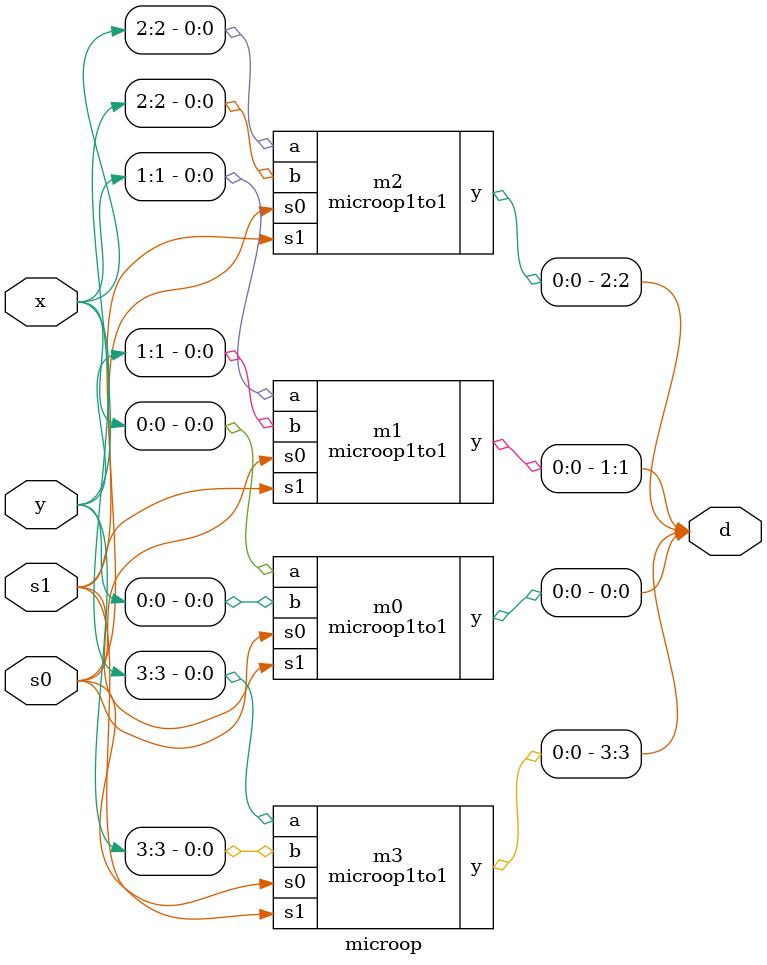
<source format=v>
`include "mux.v"

module microop1to1 ( a, b , s0,s1 , y);
    input a , b;
    input s0,s1;
    output y;

    and(and0, a , b);
    or(or0, a , b);
    xor(xor0, a , b);
    not(na0 , a);

    mux mux11(and0, or0, xor0, na0,s0,s1, y);

endmodule

module microop ( x, y , s0,s1 , d);
    input [3:0]x;
    input [3:0] y;
    input s0,s1;
    output [3:0] d;

    microop1to1 m0(x[0],y[0],s0,s1,d[0]);
    microop1to1 m1(x[1],y[1],s0,s1,d[1]);
    microop1to1 m2(x[2],y[2],s0,s1,d[2]);
    microop1to1 m3(x[3],y[3],s0,s1,d[3]);

endmodule


</source>
